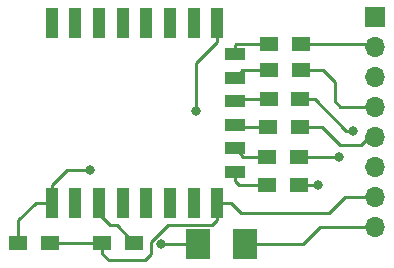
<source format=gbr>
G04 #@! TF.GenerationSoftware,KiCad,Pcbnew,(5.1.6)-1*
G04 #@! TF.CreationDate,2020-06-28T11:06:12-07:00*
G04 #@! TF.ProjectId,OGA_wifi,4f47415f-7769-4666-992e-6b696361645f,rev?*
G04 #@! TF.SameCoordinates,Original*
G04 #@! TF.FileFunction,Copper,L1,Top*
G04 #@! TF.FilePolarity,Positive*
%FSLAX46Y46*%
G04 Gerber Fmt 4.6, Leading zero omitted, Abs format (unit mm)*
G04 Created by KiCad (PCBNEW (5.1.6)-1) date 2020-06-28 11:06:12*
%MOMM*%
%LPD*%
G01*
G04 APERTURE LIST*
G04 #@! TA.AperFunction,ComponentPad*
%ADD10O,1.700000X1.700000*%
G04 #@! TD*
G04 #@! TA.AperFunction,ComponentPad*
%ADD11R,1.700000X1.700000*%
G04 #@! TD*
G04 #@! TA.AperFunction,SMDPad,CuDef*
%ADD12R,2.000000X2.500000*%
G04 #@! TD*
G04 #@! TA.AperFunction,SMDPad,CuDef*
%ADD13R,1.500000X1.300000*%
G04 #@! TD*
G04 #@! TA.AperFunction,SMDPad,CuDef*
%ADD14R,1.000000X2.500000*%
G04 #@! TD*
G04 #@! TA.AperFunction,SMDPad,CuDef*
%ADD15R,1.800000X1.000000*%
G04 #@! TD*
G04 #@! TA.AperFunction,ViaPad*
%ADD16C,0.800000*%
G04 #@! TD*
G04 #@! TA.AperFunction,Conductor*
%ADD17C,0.250000*%
G04 #@! TD*
G04 APERTURE END LIST*
D10*
X146164300Y-127012700D03*
X146164300Y-124472700D03*
X146164300Y-121932700D03*
X146164300Y-119392700D03*
X146164300Y-116852700D03*
X146164300Y-114312700D03*
X146164300Y-111772700D03*
D11*
X146164300Y-109232700D03*
D12*
X135165600Y-128485900D03*
X131165600Y-128485900D03*
D13*
X115956100Y-128409700D03*
X118656100Y-128409700D03*
X139700000Y-123500000D03*
X137000000Y-123500000D03*
X137200000Y-111600000D03*
X139900000Y-111600000D03*
X139700000Y-121100000D03*
X137000000Y-121100000D03*
X137200000Y-113800000D03*
X139900000Y-113800000D03*
X139800000Y-118600000D03*
X137100000Y-118600000D03*
X137150000Y-116200000D03*
X139850000Y-116200000D03*
D14*
X118800000Y-109800000D03*
X120800000Y-109800000D03*
X122800000Y-109800000D03*
X124800000Y-109800000D03*
X126800000Y-109800000D03*
X128800000Y-109800000D03*
X130800000Y-109800000D03*
X132800000Y-109800000D03*
D15*
X134300000Y-112400000D03*
X134300000Y-114400000D03*
X134300000Y-116400000D03*
X134300000Y-118400000D03*
X134300000Y-120400000D03*
X134300000Y-122400000D03*
D14*
X132800000Y-125000000D03*
X130800000Y-125000000D03*
X128800000Y-125000000D03*
X126800000Y-125000000D03*
X124800000Y-125000000D03*
X122800000Y-125000000D03*
X120800000Y-125000000D03*
X118800000Y-125000000D03*
D13*
X123075700Y-128409700D03*
X125775700Y-128409700D03*
D16*
X131025900Y-117195600D03*
X128066800Y-128511300D03*
X122021600Y-122250200D03*
X144297400Y-118884700D03*
X143116300Y-121107200D03*
X141312900Y-123507500D03*
D17*
X135165600Y-128485900D02*
X140068300Y-128485900D01*
X141541500Y-127012700D02*
X146164300Y-127012700D01*
X140068300Y-128485900D02*
X141541500Y-127012700D01*
X131025900Y-117195600D02*
X131025900Y-113157000D01*
X132800000Y-111382900D02*
X132800000Y-109800000D01*
X131025900Y-113157000D02*
X132800000Y-111382900D01*
X118800000Y-123500000D02*
X118800000Y-125000000D01*
X131165600Y-128485900D02*
X128092200Y-128485900D01*
X128092200Y-128485900D02*
X128066800Y-128511300D01*
X122021600Y-122250200D02*
X120049800Y-122250200D01*
X120049800Y-122250200D02*
X118800000Y-123500000D01*
X115956100Y-128409700D02*
X115956100Y-126499600D01*
X117455700Y-125000000D02*
X118800000Y-125000000D01*
X115956100Y-126499600D02*
X117455700Y-125000000D01*
X132800000Y-125000000D02*
X133953500Y-125000000D01*
X133953500Y-125000000D02*
X134810500Y-125857000D01*
X134810500Y-125857000D02*
X142252700Y-125857000D01*
X143637000Y-124472700D02*
X146164300Y-124472700D01*
X142252700Y-125857000D02*
X143637000Y-124472700D01*
X118656100Y-128409700D02*
X123075700Y-128409700D01*
X123075700Y-128409700D02*
X123075700Y-129324100D01*
X123075700Y-129324100D02*
X123609100Y-129857500D01*
X123609100Y-129857500D02*
X126669800Y-129857500D01*
X126669800Y-129857500D02*
X127203200Y-129324100D01*
X127203200Y-128301898D02*
X128593998Y-126911100D01*
X127203200Y-129324100D02*
X127203200Y-128301898D01*
X129905398Y-126911100D02*
X129905599Y-126910899D01*
X128593998Y-126911100D02*
X129905398Y-126911100D01*
X132800000Y-126500000D02*
X132800000Y-125000000D01*
X132389101Y-126910899D02*
X132800000Y-126500000D01*
X129905599Y-126910899D02*
X132389101Y-126910899D01*
X144297400Y-118884700D02*
X143725900Y-118884700D01*
X141041200Y-116200000D02*
X139850000Y-116200000D01*
X143725900Y-118884700D02*
X141041200Y-116200000D01*
X146164300Y-119392700D02*
X145681700Y-119392700D01*
X145681700Y-119392700D02*
X144995900Y-120078500D01*
X144995900Y-120078500D02*
X143192500Y-120078500D01*
X141714000Y-118600000D02*
X139800000Y-118600000D01*
X143192500Y-120078500D02*
X141714000Y-118600000D01*
X139900000Y-113800000D02*
X141790800Y-113800000D01*
X141790800Y-113800000D02*
X142760700Y-114769900D01*
X142760700Y-114769900D02*
X142760700Y-116408200D01*
X143205200Y-116852700D02*
X146164300Y-116852700D01*
X142760700Y-116408200D02*
X143205200Y-116852700D01*
X139700000Y-121100000D02*
X143109100Y-121100000D01*
X143109100Y-121100000D02*
X143116300Y-121107200D01*
X145991600Y-111600000D02*
X146164300Y-111772700D01*
X139900000Y-111600000D02*
X145991600Y-111600000D01*
X139700000Y-123500000D02*
X141305400Y-123500000D01*
X141305400Y-123500000D02*
X141312900Y-123507500D01*
X134300000Y-123150000D02*
X134300000Y-122400000D01*
X134650000Y-123500000D02*
X134300000Y-123150000D01*
X137000000Y-123500000D02*
X134650000Y-123500000D01*
X134300000Y-111650000D02*
X134300000Y-112400000D01*
X134350000Y-111600000D02*
X134300000Y-111650000D01*
X137200000Y-111600000D02*
X134350000Y-111600000D01*
X135000000Y-121100000D02*
X134300000Y-120400000D01*
X137000000Y-121100000D02*
X135000000Y-121100000D01*
X134900000Y-113800000D02*
X134300000Y-114400000D01*
X137200000Y-113800000D02*
X134900000Y-113800000D01*
X134500000Y-118600000D02*
X134300000Y-118400000D01*
X137100000Y-118600000D02*
X134500000Y-118600000D01*
X134500000Y-116200000D02*
X134300000Y-116400000D01*
X137150000Y-116200000D02*
X134500000Y-116200000D01*
X122800000Y-125000000D02*
X122800000Y-125987700D01*
X122800000Y-125987700D02*
X123736100Y-126923800D01*
X124289800Y-126923800D02*
X125775700Y-128409700D01*
X123736100Y-126923800D02*
X124289800Y-126923800D01*
M02*

</source>
